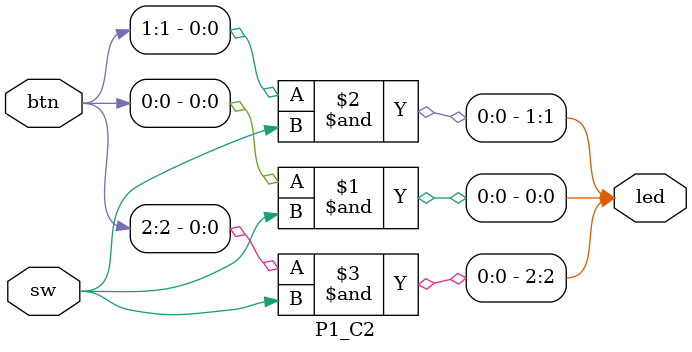
<source format=v>
`timescale 1ns / 1ps


module P1_C2(
    input [2:0] btn,
    input  sw,
    output [2:0] led
    );
    
    assign led[0] = btn[0] & sw;
    assign led[1] = btn[1] & sw;
    assign led[2] = btn[2] & sw;
    

endmodule

</source>
